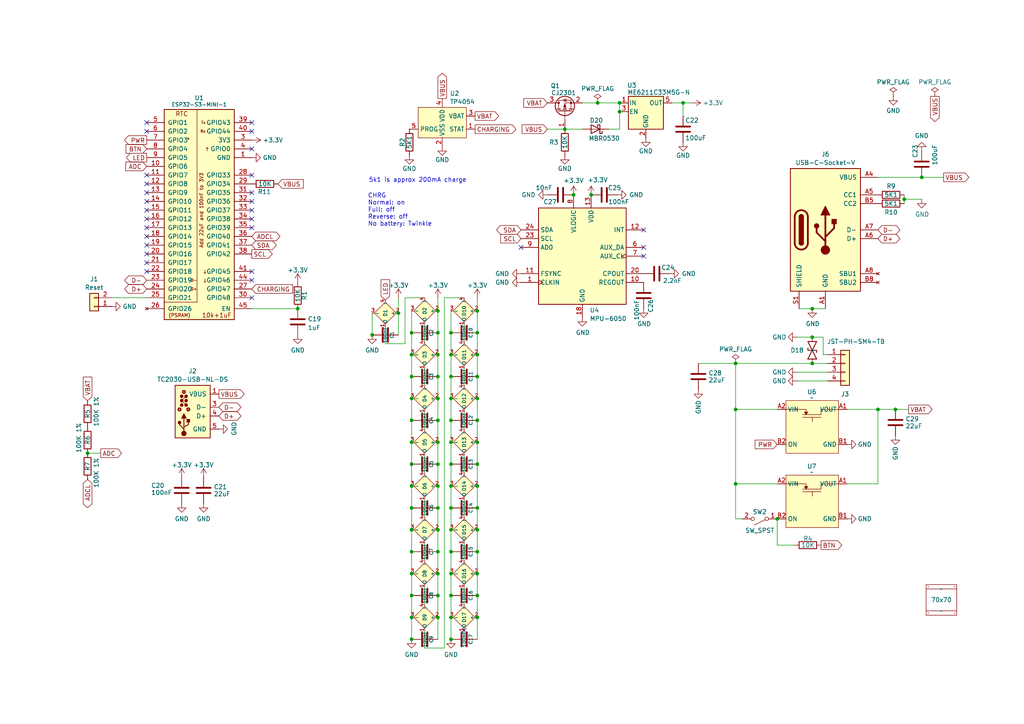
<source format=kicad_sch>
(kicad_sch (version 20250114) (generator "eeschema") (generator_version "9.0")
  (paper "A4")
  (title_block (date "${DATE}") (rev "1") (company "Adrian Kennard Andrews & Arnold Ltd") (comment 1 "@TheRealRevK") (comment 2 "www.me.uk"))
  (text "5k1 is approx 200mA charge" (at 121.158 52.324 0) (effects (font (size 1.27 1.27))))
  (text "CHRG\nNormal: on\nFull: off\nReverse: off\nNo battery: Twinkle" (at 106.68 60.96 0) (effects (font (size 1.27 1.27)) (justify left)))
  (junction (at 138.43 153.67))
  (junction (at 127 134.62))
  (junction (at 262.255 57.785))
  (junction (at 119.38 109.22))
  (junction (at 119.38 102.87))
  (junction (at 130.81 115.57))
  (junction (at 171.45 56.515))
  (junction (at 127 128.27))
  (junction (at 179.705 32.385))
  (junction (at 119.38 128.27))
  (junction (at 119.38 172.72))
  (junction (at 119.38 140.97))
  (junction (at 138.43 179.07))
  (junction (at 225.425 150.495))
  (junction (at 119.38 179.07))
  (junction (at 138.43 115.57))
  (junction (at 130.81 147.32))
  (junction (at 127 160.02))
  (junction (at 130.81 134.62))
  (junction (at 119.38 115.57))
  (junction (at 127 121.92))
  (junction (at 235.585 105.41))
  (junction (at 138.43 121.92))
  (junction (at 127 172.72))
  (junction (at 138.43 90.17))
  (junction (at 138.43 166.37))
  (junction (at 130.81 140.97))
  (junction (at 127 179.07))
  (junction (at 166.37 56.515))
  (junction (at 138.43 172.72))
  (junction (at 213.36 118.745))
  (junction (at 119.38 121.92))
  (junction (at 179.705 29.845))
  (junction (at 119.38 96.52))
  (junction (at 130.81 121.92))
  (junction (at 235.585 89.535))
  (junction (at 130.81 128.27))
  (junction (at 213.36 140.335))
  (junction (at 138.43 147.32))
  (junction (at 127 96.52))
  (junction (at 127 115.57))
  (junction (at 119.38 185.42))
  (junction (at 130.81 102.87))
  (junction (at 86.36 89.535))
  (junction (at 127 147.32))
  (junction (at 138.43 96.52))
  (junction (at 130.81 160.02))
  (junction (at 127 166.37))
  (junction (at 119.38 153.67))
  (junction (at 119.38 166.37))
  (junction (at 163.83 37.465))
  (junction (at 119.38 134.62))
  (junction (at 119.38 160.02))
  (junction (at 259.715 118.745))
  (junction (at 138.43 140.97))
  (junction (at 130.81 185.42))
  (junction (at 213.36 105.41))
  (junction (at 138.43 128.27))
  (junction (at 138.43 109.22))
  (junction (at 130.81 109.22))
  (junction (at 267.335 51.435))
  (junction (at 130.81 166.37))
  (junction (at 130.81 172.72))
  (junction (at 127 153.67))
  (junction (at 138.43 134.62))
  (junction (at 235.585 97.79))
  (junction (at 127 109.22))
  (junction (at 130.81 179.07))
  (junction (at 25.4 131.445))
  (junction (at 138.43 160.02))
  (junction (at 107.95 97.155))
  (junction (at 173.355 29.845))
  (junction (at 130.81 153.67))
  (junction (at 127 90.17))
  (junction (at 254.635 118.745))
  (junction (at 198.12 29.845))
  (junction (at 119.38 147.32))
  (junction (at 115.57 90.805))
  (junction (at 127 140.97))
  (junction (at 127 102.87))
  (junction (at 130.81 96.52))
  (junction (at 138.43 102.87))
  (no_connect (at 42.545 60.96))
  (no_connect (at 42.545 50.8))
  (no_connect (at 151.13 71.755))
  (no_connect (at 42.545 78.74))
  (no_connect (at 73.025 38.1))
  (no_connect (at 186.69 74.295))
  (no_connect (at 42.545 55.88))
  (no_connect (at 186.69 66.675))
  (no_connect (at 73.025 63.5))
  (no_connect (at 42.545 71.12))
  (no_connect (at 42.545 76.2))
  (no_connect (at 42.545 68.58))
  (no_connect (at 73.025 55.88))
  (no_connect (at 73.025 66.04))
  (no_connect (at 186.69 71.755))
  (no_connect (at 73.025 43.18))
  (no_connect (at 42.545 66.04))
  (no_connect (at 42.545 63.5))
  (no_connect (at 42.545 53.34))
  (no_connect (at 42.545 73.66))
  (no_connect (at 73.025 35.56))
  (no_connect (at 42.545 58.42))
  (no_connect (at 73.025 81.28))
  (no_connect (at 73.025 60.96))
  (no_connect (at 73.025 58.42))
  (no_connect (at 73.025 86.36))
  (no_connect (at 42.545 38.1))
  (no_connect (at 73.025 50.8))
  (no_connect (at 134.62 182.88))
  (no_connect (at 42.545 35.56))
  (no_connect (at 73.025 78.74))
  (wire (pts (xy 158.75 37.465) (xy 163.83 37.465)))
  (wire (pts (xy 254.635 118.745) (xy 254.635 140.335)))
  (wire (pts (xy 138.43 153.67) (xy 138.43 160.02)))
  (wire (pts (xy 202.565 105.41) (xy 213.36 105.41)))
  (wire (pts (xy 123.19 170.18) (xy 123.19 175.26)))
  (wire (pts (xy 231.14 110.49) (xy 240.03 110.49)))
  (wire (pts (xy 111.76 99.695) (xy 117.475 99.695)))
  (wire (pts (xy 127 121.92) (xy 127 128.27)))
  (wire (pts (xy 225.425 150.495) (xy 225.425 158.115)))
  (wire (pts (xy 179.705 32.385) (xy 179.705 37.465)))
  (wire (pts (xy 213.36 105.41) (xy 235.585 105.41)))
  (wire (pts (xy 119.38 134.62) (xy 119.38 140.97)))
  (wire (pts (xy 119.38 160.02) (xy 119.38 166.37)))
  (wire (pts (xy 176.53 37.465) (xy 179.705 37.465)))
  (wire (pts (xy 130.81 147.32) (xy 130.81 153.67)))
  (wire (pts (xy 127 153.67) (xy 127 160.02)))
  (wire (pts (xy 127 134.62) (xy 127 140.97)))
  (wire (pts (xy 123.19 157.48) (xy 123.19 162.56)))
  (wire (pts (xy 119.38 172.72) (xy 119.38 179.07)))
  (wire (pts (xy 123.19 93.98) (xy 123.19 99.06)))
  (wire (pts (xy 238.76 97.79) (xy 238.76 102.87)))
  (wire (pts (xy 254.635 51.435) (xy 267.335 51.435)))
  (wire (pts (xy 123.19 119.38) (xy 123.19 124.46)))
  (wire (pts (xy 119.38 102.87) (xy 119.38 109.22)))
  (wire (pts (xy 225.425 158.115) (xy 230.505 158.115)))
  (wire (pts (xy 138.43 128.27) (xy 138.43 134.62)))
  (wire (pts (xy 134.62 144.78) (xy 134.62 149.86)))
  (wire (pts (xy 119.38 121.92) (xy 119.38 128.27)))
  (wire (pts (xy 138.43 160.02) (xy 138.43 166.37)))
  (wire (pts (xy 119.38 96.52) (xy 119.38 102.87)))
  (wire (pts (xy 213.36 150.495) (xy 215.265 150.495)))
  (wire (pts (xy 238.76 102.87) (xy 240.03 102.87)))
  (wire (pts (xy 262.255 57.785) (xy 262.255 59.055)))
  (wire (pts (xy 119.38 166.37) (xy 119.38 172.72)))
  (wire (pts (xy 138.43 134.62) (xy 138.43 140.97)))
  (wire (pts (xy 267.335 57.785) (xy 262.255 57.785)))
  (wire (pts (xy 115.57 86.36) (xy 115.57 90.805)))
  (wire (pts (xy 119.38 147.32) (xy 119.38 153.67)))
  (wire (pts (xy 235.585 105.41) (xy 240.03 105.41)))
  (wire (pts (xy 127 140.97) (xy 127 147.32)))
  (wire (pts (xy 231.775 89.535) (xy 235.585 89.535)))
  (wire (pts (xy 130.81 115.57) (xy 130.81 121.92)))
  (wire (pts (xy 130.81 102.87) (xy 130.81 109.22)))
  (wire (pts (xy 245.745 118.745) (xy 254.635 118.745)))
  (wire (pts (xy 127 147.32) (xy 127 153.67)))
  (wire (pts (xy 111.76 94.615) (xy 111.76 99.695)))
  (wire (pts (xy 138.43 102.87) (xy 138.43 109.22)))
  (wire (pts (xy 127 160.02) (xy 127 166.37)))
  (wire (pts (xy 267.335 51.435) (xy 273.685 51.435)))
  (wire (pts (xy 213.36 118.745) (xy 225.425 118.745)))
  (wire (pts (xy 130.81 172.72) (xy 130.81 179.07)))
  (wire (pts (xy 123.19 132.08) (xy 123.19 137.16)))
  (wire (pts (xy 127 166.37) (xy 127 172.72)))
  (wire (pts (xy 168.91 37.465) (xy 163.83 37.465)))
  (wire (pts (xy 179.705 29.845) (xy 179.705 32.385)))
  (wire (pts (xy 198.12 29.845) (xy 198.12 33.655)))
  (wire (pts (xy 138.43 121.92) (xy 138.43 128.27)))
  (wire (pts (xy 127 102.87) (xy 127 109.22)))
  (wire (pts (xy 138.43 166.37) (xy 138.43 172.72)))
  (wire (pts (xy 134.62 170.18) (xy 134.62 175.26)))
  (wire (pts (xy 138.43 147.32) (xy 138.43 153.67)))
  (wire (pts (xy 127 96.52) (xy 127 102.87)))
  (wire (pts (xy 262.255 56.515) (xy 262.255 57.785)))
  (wire (pts (xy 130.81 90.17) (xy 130.81 96.52)))
  (wire (pts (xy 117.475 99.695) (xy 117.475 86.36)))
  (wire (pts (xy 134.62 106.68) (xy 134.62 111.76)))
  (wire (pts (xy 127 86.36) (xy 127 90.17)))
  (wire (pts (xy 119.38 153.67) (xy 119.38 160.02)))
  (wire (pts (xy 119.38 179.07) (xy 119.38 185.42)))
  (wire (pts (xy 123.19 182.88) (xy 123.19 187.96)))
  (wire (pts (xy 213.36 118.745) (xy 213.36 105.41)))
  (wire (pts (xy 130.81 128.27) (xy 130.81 134.62)))
  (wire (pts (xy 134.62 119.38) (xy 134.62 124.46)))
  (wire (pts (xy 130.81 179.07) (xy 130.81 185.42)))
  (wire (pts (xy 119.38 128.27) (xy 119.38 134.62)))
  (wire (pts (xy 130.81 134.62) (xy 130.81 140.97)))
  (wire (pts (xy 130.81 109.22) (xy 130.81 115.57)))
  (wire (pts (xy 231.14 107.95) (xy 240.03 107.95)))
  (wire (pts (xy 119.38 90.17) (xy 119.38 96.52)))
  (wire (pts (xy 134.62 132.08) (xy 134.62 137.16)))
  (wire (pts (xy 134.62 157.48) (xy 134.62 162.56)))
  (wire (pts (xy 138.43 96.52) (xy 138.43 102.87)))
  (wire (pts (xy 127 179.07) (xy 127 185.42)))
  (wire (pts (xy 32.385 86.36) (xy 42.545 86.36)))
  (wire (pts (xy 29.21 131.445) (xy 25.4 131.445)))
  (wire (pts (xy 138.43 90.17) (xy 138.43 96.52)))
  (wire (pts (xy 130.81 96.52) (xy 130.81 102.87)))
  (wire (pts (xy 127 109.22) (xy 127 115.57)))
  (wire (pts (xy 235.585 97.79) (xy 238.76 97.79)))
  (wire (pts (xy 130.81 121.92) (xy 130.81 128.27)))
  (wire (pts (xy 127 128.27) (xy 127 134.62)))
  (wire (pts (xy 138.43 109.22) (xy 138.43 115.57)))
  (wire (pts (xy 128.905 86.36) (xy 134.62 86.36)))
  (wire (pts (xy 127 172.72) (xy 127 179.07)))
  (wire (pts (xy 119.38 109.22) (xy 119.38 115.57)))
  (wire (pts (xy 115.57 90.805) (xy 115.57 97.155)))
  (wire (pts (xy 138.43 86.36) (xy 138.43 90.17)))
  (wire (pts (xy 231.14 97.79) (xy 235.585 97.79)))
  (wire (pts (xy 127 115.57) (xy 127 121.92)))
  (wire (pts (xy 130.81 160.02) (xy 130.81 166.37)))
  (wire (pts (xy 138.43 172.72) (xy 138.43 179.07)))
  (wire (pts (xy 254.635 118.745) (xy 259.715 118.745)))
  (wire (pts (xy 194.945 29.845) (xy 198.12 29.845)))
  (wire (pts (xy 73.025 89.535) (xy 86.36 89.535)))
  (wire (pts (xy 235.585 89.535) (xy 239.395 89.535)))
  (wire (pts (xy 130.81 153.67) (xy 130.81 160.02)))
  (wire (pts (xy 127 90.17) (xy 127 96.52)))
  (wire (pts (xy 138.43 179.07) (xy 138.43 185.42)))
  (wire (pts (xy 107.95 90.805) (xy 107.95 97.155)))
  (wire (pts (xy 134.62 93.98) (xy 134.62 99.06)))
  (wire (pts (xy 213.36 140.335) (xy 225.425 140.335)))
  (wire (pts (xy 123.19 106.68) (xy 123.19 111.76)))
  (wire (pts (xy 130.81 140.97) (xy 130.81 147.32)))
  (wire (pts (xy 198.12 29.845) (xy 200.66 29.845)))
  (wire (pts (xy 123.19 144.78) (xy 123.19 149.86)))
  (wire (pts (xy 119.38 115.57) (xy 119.38 121.92)))
  (wire (pts (xy 168.91 29.845) (xy 173.355 29.845)))
  (wire (pts (xy 117.475 86.36) (xy 123.19 86.36)))
  (wire (pts (xy 213.36 140.335) (xy 213.36 150.495)))
  (wire (pts (xy 138.43 140.97) (xy 138.43 147.32)))
  (wire (pts (xy 138.43 115.57) (xy 138.43 121.92)))
  (wire (pts (xy 130.81 166.37) (xy 130.81 172.72)))
  (wire (pts (xy 254.635 140.335) (xy 245.745 140.335)))
  (wire (pts (xy 119.38 140.97) (xy 119.38 147.32)))
  (wire (pts (xy 173.355 29.845) (xy 179.705 29.845)))
  (wire (pts (xy 213.36 140.335) (xy 213.36 118.745)))
  (wire (pts (xy 259.715 118.745) (xy 263.525 118.745)))
  (wire (pts (xy 128.905 187.96) (xy 128.905 86.36)))
  (wire (pts (xy 123.19 187.96) (xy 128.905 187.96)))
  (global_label "CHARGING" (shape input) (at 73.025 83.82 0) (property "Intersheetrefs" "${INTERSHEET_REFS}" (effects (hide yes))))
  (global_label "VBUS" (shape input) (at 80.645 53.34 0) (property "Intersheetrefs" "${INTERSHEET_REFS}" (effects (hide yes))))
  (global_label "ADC" (shape output) (at 29.21 131.445 0) (property "Intersheetrefs" "${INTERSHEET_REFS}" (effects (hide yes))))
  (global_label "BTN" (shape input) (at 42.545 43.18 180) (property "Intersheetrefs" "${INTERSHEET_REFS}" (effects (hide yes))))
  (global_label "VBUS" (shape output) (at 128.27 28.575 90) (property "Intersheetrefs" "${INTERSHEET_REFS}" (effects (hide yes))))
  (global_label "ADC" (shape input) (at 42.545 48.26 180) (property "Intersheetrefs" "${INTERSHEET_REFS}" (effects (hide yes))))
  (global_label "PWR" (shape input) (at 225.425 128.905 180) (property "Intersheetrefs" "${INTERSHEET_REFS}" (effects (hide yes))))
  (global_label "ADCL" (shape bidirectional) (at 73.025 68.58 0) (property "Intersheetrefs" "${INTERSHEET_REFS}" (effects (hide yes))))
  (global_label "SDA" (shape bidirectional) (at 73.025 71.12 0) (property "Intersheetrefs" "${INTERSHEET_REFS}" (effects (hide yes))))
  (global_label "D+" (shape bidirectional) (at 42.545 83.82 180) (property "Intersheetrefs" "${INTERSHEET_REFS}" (effects (hide yes))))
  (global_label "D-" (shape bidirectional) (at 42.545 81.28 180) (property "Intersheetrefs" "${INTERSHEET_REFS}" (effects (hide yes))))
  (global_label "CHARGING" (shape output) (at 137.795 37.465 0) (property "Intersheetrefs" "${INTERSHEET_REFS}" (effects (hide yes))))
  (global_label "SDA" (shape bidirectional) (at 151.13 66.675 180) (property "Intersheetrefs" "${INTERSHEET_REFS}" (effects (hide yes))))
  (global_label "D-" (shape bidirectional) (at 63.5 118.11 0) (property "Intersheetrefs" "${INTERSHEET_REFS}" (effects (hide yes))))
  (global_label "PWR" (shape output) (at 42.545 40.64 180) (property "Intersheetrefs" "${INTERSHEET_REFS}" (effects (hide yes))))
  (global_label "VBAT" (shape output) (at 263.525 118.745 0) (property "Intersheetrefs" "${INTERSHEET_REFS}" (effects (hide yes))))
  (global_label "VBUS" (shape output) (at 63.5 114.3 0) (property "Intersheetrefs" "${INTERSHEET_REFS}" (effects (hide yes))))
  (global_label "LED" (shape input) (at 111.76 86.995 90) (property "Intersheetrefs" "${INTERSHEET_REFS}" (effects (hide yes))))
  (global_label "SCL" (shape input) (at 151.13 69.215 180) (property "Intersheetrefs" "${INTERSHEET_REFS}" (effects (hide yes))))
  (global_label "VBUS" (shape output) (at 271.145 27.94 270) (property "Intersheetrefs" "${INTERSHEET_REFS}" (effects (hide yes))))
  (global_label "D+" (shape bidirectional) (at 63.5 120.65 0) (property "Intersheetrefs" "${INTERSHEET_REFS}" (effects (hide yes))))
  (global_label "VBUS" (shape output) (at 273.685 51.435 0) (property "Intersheetrefs" "${INTERSHEET_REFS}" (effects (hide yes))))
  (global_label "D-" (shape bidirectional) (at 254.635 66.675 0) (property "Intersheetrefs" "${INTERSHEET_REFS}" (effects (hide yes))))
  (global_label "VBUS" (shape input) (at 158.75 37.465 180) (property "Intersheetrefs" "${INTERSHEET_REFS}" (effects (hide yes))))
  (global_label "VBAT" (shape input) (at 158.75 29.845 180) (property "Intersheetrefs" "${INTERSHEET_REFS}" (effects (hide yes))))
  (global_label "VBAT" (shape input) (at 25.4 116.205 90) (property "Intersheetrefs" "${INTERSHEET_REFS}" (effects (hide yes))))
  (global_label "VBAT" (shape output) (at 137.795 33.655 0) (property "Intersheetrefs" "${INTERSHEET_REFS}" (effects (hide yes))))
  (global_label "LED" (shape output) (at 42.545 45.72 180) (property "Intersheetrefs" "${INTERSHEET_REFS}" (effects (hide yes))))
  (global_label "BTN" (shape output) (at 238.125 158.115 0) (property "Intersheetrefs" "${INTERSHEET_REFS}" (effects (hide yes))))
  (global_label "ADCL" (shape bidirectional) (at 25.4 139.065 270) (property "Intersheetrefs" "${INTERSHEET_REFS}" (effects (hide yes))))
  (global_label "SCL" (shape output) (at 73.025 73.66 0) (property "Intersheetrefs" "${INTERSHEET_REFS}" (effects (hide yes))))
  (global_label "D+" (shape bidirectional) (at 254.635 69.215 0) (property "Intersheetrefs" "${INTERSHEET_REFS}" (effects (hide yes))))
  (symbol (lib_id "Device:R") (at 258.445 56.515 90) (unit 1)
    (property "Reference" "R9" (at 258.445 53.975 90))
    (property "Value" "5K1" (at 258.445 56.515 90))
    (property "Footprint" "RevK:R_0402" (effects (hide yes)))
    (property "Description" "Resistor" (effects (hide yes)))
    (property "MPN" "C25905" (effects (hide yes)))
  )
  (symbol (lib_id "power:GND") (at 267.335 57.785 0) (unit 1)
    (property "Reference" "#PWR033" (effects (hide yes)))
    (property "Value" "GND" (at 267.462 62.1792 0))
    (property "Description" "Power symbol creates a global label with name \"GND\" , ground" (effects (hide yes)))
  )
  (symbol (lib_id "power:GND") (at 235.585 89.535 0) (unit 1)
    (property "Reference" "#PWR030" (effects (hide yes)))
    (property "Value" "GND" (at 235.712 93.9292 0))
    (property "Description" "Power symbol creates a global label with name \"GND\" , ground" (effects (hide yes)))
  )
  (symbol (lib_id "Device:R") (at 258.445 59.055 270) (unit 1)
    (property "Reference" "R10" (at 258.445 61.595 90))
    (property "Value" "5K1" (at 258.445 59.055 90))
    (property "Footprint" "RevK:R_0402" (effects (hide yes)))
    (property "Description" "Resistor" (effects (hide yes)))
    (property "MPN" "C25905" (effects (hide yes)))
  )
  (symbol (lib_id "Device:C") (at 134.62 121.92 270) (mirror x) (unit 1)
    (property "Reference" "C12" (at 136.525 121.92 0) (effects (font (size 1 1))))
    (property "Value" "100nF" (at 134.62 121.92 0) (effects (font (size 1 1))))
    (property "Footprint" "RevK:C_0402" (effects (hide yes)))
    (property "Description" "Unpolarized capacitor" (effects (hide yes)))
  )
  (symbol (lib_id "RevK:WS2812B-1mm") (at 111.76 90.805 90) (mirror x) (unit 1)
    (property "Reference" "D1" (at 111.76 90.805 0) (effects (font (size 1 1))))
    (property "Value" "XL-1010RGBC-WS2812B" (effects (hide yes)))
    (property "Footprint" "RevK:SMD1010" (effects (hide yes)))
    (property "Datasheet" "https://datasheet.lcsc.com/lcsc/2301111010_XINGLIGHT-XL-1010RGBC-WS2812B_C5349953.pdf" (effects (hide yes)))
    (property "Description" "RGB LED with integrated controller" (effects (hide yes)))
    (property "MPN" "C5349953" (effects (hide yes)))
  )
  (symbol (lib_id "RevK:WS2812B-1mm") (at 123.19 90.17 90) (mirror x) (unit 1)
    (property "Reference" "D2" (at 123.19 90.17 0) (effects (font (size 1 1))))
    (property "Value" "XL-1010RGBC-WS2812B" (effects (hide yes)))
    (property "Footprint" "RevK:SMD1010" (effects (hide yes)))
    (property "Datasheet" "https://datasheet.lcsc.com/lcsc/2301111010_XINGLIGHT-XL-1010RGBC-WS2812B_C5349953.pdf" (effects (hide yes)))
    (property "Description" "RGB LED with integrated controller" (effects (hide yes)))
    (property "MPN" "C5349953" (effects (hide yes)))
  )
  (symbol (lib_id "power:GND") (at 107.95 97.155 0) (unit 1)
    (property "Reference" "#PWR034" (effects (hide yes)))
    (property "Value" "GND" (at 107.95 101.5984 0))
    (property "Description" "Power symbol creates a global label with name \"GND\" , ground" (effects (hide yes)))
  )
  (symbol (lib_id "RevK:WS2812B-1mm") (at 123.19 166.37 90) (mirror x) (unit 1)
    (property "Reference" "D8" (at 123.19 166.37 0) (effects (font (size 1 1))))
    (property "Value" "XL-1010RGBC-WS2812B" (effects (hide yes)))
    (property "Footprint" "RevK:SMD1010" (effects (hide yes)))
    (property "Datasheet" "https://datasheet.lcsc.com/lcsc/2301111010_XINGLIGHT-XL-1010RGBC-WS2812B_C5349953.pdf" (effects (hide yes)))
    (property "Description" "RGB LED with integrated controller" (effects (hide yes)))
    (property "MPN" "C5349953" (effects (hide yes)))
  )
  (symbol (lib_id "power:GND") (at 194.31 79.375 90) (unit 1)
    (property "Reference" "#PWR040" (effects (hide yes)))
    (property "Value" "GND" (at 199.771 79.375 90))
    (property "Description" "Power symbol creates a global label with name \"GND\" , ground" (effects (hide yes)))
  )
  (symbol (lib_id "Device:C") (at 198.12 37.465 0) (unit 1)
    (property "Reference" "C22" (at 198.755 34.925 0) (effects (justify left)))
    (property "Value" "100uF" (at 198.755 40.005 0) (effects (justify left)))
    (property "Footprint" "RevK:C_0805" (effects (hide yes)))
    (property "Description" "Unpolarized capacitor" (effects (hide yes)))
    (property "MPN" "C141660" (effects (hide yes)))
  )
  (symbol (lib_id "Device:C") (at 259.715 122.555 0) (unit 1)
    (property "Reference" "C29" (at 262.636 121.531 0) (effects (justify left)))
    (property "Value" "22uF" (at 262.636 123.579 0) (effects (justify left)))
    (property "Footprint" "RevK:C_0603" (effects (hide yes)))
    (property "Description" "Unpolarized capacitor" (effects (hide yes)))
  )
  (symbol (lib_id "Regulator_Linear:TLV70033_SOT23-5") (at 187.325 32.385 0) (unit 1)
    (property "Reference" "U3" (at 183.261 24.765 0))
    (property "Value" "ME6211C33M5G-N" (at 181.991 26.797 0) (effects (justify left)))
    (property "Footprint" "Package_TO_SOT_SMD:SOT-23-5" (effects (hide yes)))
    (property "Datasheet" "http://www.ti.com/lit/ds/symlink/tlv700.pdf" (effects (hide yes)))
    (property "Description" "200mA Low Dropout Voltage Regulator, Fixed Output 3.3V, SOT-23-5" (effects (hide yes)))
    (property "MPN" "C82942" (effects (hide yes)))
    (property "Rotation Offset" "90" (effects (hide yes)))
  )
  (symbol (lib_id "power:GND") (at 86.36 97.155 0) (unit 1)
    (property "Reference" "#PWR07" (effects (hide yes)))
    (property "Value" "GND" (at 86.36 101.5984 0))
    (property "Description" "Power symbol creates a global label with name \"GND\" , ground" (effects (hide yes)))
  )
  (symbol (lib_id "Device:R") (at 25.4 135.255 0) (unit 1)
    (property "Reference" "R7" (at 25.4 135.255 90))
    (property "Value" "100K 1%" (at 27.94 137.16 90))
    (property "Footprint" "RevK:R_0402" (effects (hide yes)))
    (property "Description" "Resistor" (effects (hide yes)))
    (property "MPN" "C5139597" (effects (hide yes)))
  )
  (symbol (lib_id "power:GND") (at 267.335 43.815 180) (unit 1)
    (property "Reference" "#PWR032" (effects (hide yes)))
    (property "Value" "GND" (at 267.335 39.3716 0))
    (property "Description" "Power symbol creates a global label with name \"GND\" , ground" (effects (hide yes)))
  )
  (symbol (lib_id "RevK:WS2812B-1mm") (at 134.62 166.37 90) (mirror x) (unit 1)
    (property "Reference" "D16" (at 134.62 166.37 0) (effects (font (size 1 1))))
    (property "Value" "XL-1010RGBC-WS2812B" (effects (hide yes)))
    (property "Footprint" "RevK:SMD1010" (effects (hide yes)))
    (property "Datasheet" "https://datasheet.lcsc.com/lcsc/2301111010_XINGLIGHT-XL-1010RGBC-WS2812B_C5349953.pdf" (effects (hide yes)))
    (property "Description" "RGB LED with integrated controller" (effects (hide yes)))
    (property "MPN" "C5349953" (effects (hide yes)))
  )
  (symbol (lib_id "Device:C") (at 123.19 160.02 270) (mirror x) (unit 1)
    (property "Reference" "C7" (at 125.095 160.02 0) (effects (font (size 1 1))))
    (property "Value" "100nF" (at 123.19 160.02 0) (effects (font (size 1 1))))
    (property "Footprint" "RevK:C_0402" (effects (hide yes)))
    (property "Description" "Unpolarized capacitor" (effects (hide yes)))
  )
  (symbol (lib_id "Device:C") (at 162.56 56.515 270) (unit 1)
    (property "Reference" "C27" (at 157.607 58.547 90) (effects (justify left)))
    (property "Value" "10nF" (at 155.321 54.483 90) (effects (justify left)))
    (property "Footprint" "RevK:C_0402" (effects (hide yes)))
    (property "Description" "Unpolarized capacitor" (effects (hide yes)))
  )
  (symbol (lib_id "power:GND") (at 231.14 97.79 270) (unit 1)
    (property "Reference" "#PWR014" (effects (hide yes)))
    (property "Value" "GND" (at 226.06 97.79 90))
    (property "Description" "Power symbol creates a global label with name \"GND\" , ground" (effects (hide yes)))
  )
  (symbol (lib_id "RevK:WS2812B-1mm") (at 134.62 90.17 90) (mirror x) (unit 1)
    (property "Reference" "D10" (at 134.62 90.17 0) (effects (font (size 1 1))))
    (property "Value" "XL-1010RGBC-WS2812B" (effects (hide yes)))
    (property "Footprint" "RevK:SMD1010" (effects (hide yes)))
    (property "Datasheet" "https://datasheet.lcsc.com/lcsc/2301111010_XINGLIGHT-XL-1010RGBC-WS2812B_C5349953.pdf" (effects (hide yes)))
    (property "Description" "RGB LED with integrated controller" (effects (hide yes)))
    (property "MPN" "C5349953" (effects (hide yes)))
  )
  (symbol (lib_id "RevK:TC2030-USB-NL") (at 55.88 119.38 0) (unit 1) (in_bom no)
    (property "Reference" "J2" (at 55.88 107.6155 0))
    (property "Value" "TC2030-USB-NL-DS" (at 55.88 110.0398 0))
    (property "Footprint" "RevK:Tag-Connect_TC2030-IDC-NL_2x03_P1.27mm_Vertical" (effects (hide yes)))
    (property "Description" "TC2030-USB-NL" (effects (hide yes)))
  )
  (symbol (lib_id "power:GND") (at 52.705 146.05 0) (unit 1)
    (property "Reference" "#PWR09" (effects (hide yes)))
    (property "Value" "GND" (at 52.705 150.4934 0))
    (property "Description" "Power symbol creates a global label with name \"GND\" , ground" (effects (hide yes)))
  )
  (symbol (lib_id "power:+3.3V") (at 200.66 29.845 270) (unit 1)
    (property "Reference" "#PWR026" (effects (hide yes)))
    (property "Value" "+3.3V" (at 203.835 29.845 90) (effects (justify left)))
    (property "Description" "Power symbol creates a global label with name \"+3.3V\"" (effects (hide yes)))
  )
  (symbol (lib_id "Device:C") (at 134.62 134.62 270) (mirror x) (unit 1)
    (property "Reference" "C13" (at 136.525 134.62 0) (effects (font (size 1 1))))
    (property "Value" "100nF" (at 134.62 134.62 0) (effects (font (size 1 1))))
    (property "Footprint" "RevK:C_0402" (effects (hide yes)))
    (property "Description" "Unpolarized capacitor" (effects (hide yes)))
  )
  (symbol (lib_id "Device:C") (at 123.19 109.22 270) (mirror x) (unit 1)
    (property "Reference" "C3" (at 125.095 109.22 0) (effects (font (size 1 1))))
    (property "Value" "100nF" (at 123.19 109.22 0) (effects (font (size 1 1))))
    (property "Footprint" "RevK:C_0402" (effects (hide yes)))
    (property "Description" "Unpolarized capacitor" (effects (hide yes)))
  )
  (symbol (lib_id "power:GND") (at 259.715 126.365 0) (unit 1)
    (property "Reference" "#PWR037" (effects (hide yes)))
    (property "Value" "GND" (at 259.715 131.445 90))
    (property "Description" "Power symbol creates a global label with name \"GND\" , ground" (effects (hide yes)))
  )
  (symbol (lib_id "power:+3.3V") (at 138.43 86.36 0) (unit 1)
    (property "Reference" "#PWR023" (effects (hide yes)))
    (property "Value" "+3.3V" (at 138.43 82.7842 0))
    (property "Description" "Power symbol creates a global label with name \"+3.3V\"" (effects (hide yes)))
  )
  (symbol (lib_id "Device:C") (at 123.19 134.62 270) (mirror x) (unit 1)
    (property "Reference" "C5" (at 125.095 134.62 0) (effects (font (size 1 1))))
    (property "Value" "100nF" (at 123.19 134.62 0) (effects (font (size 1 1))))
    (property "Footprint" "RevK:C_0402" (effects (hide yes)))
    (property "Description" "Unpolarized capacitor" (effects (hide yes)))
  )
  (symbol (lib_id "power:GND") (at 128.27 42.545 0) (unit 1)
    (property "Reference" "#PWR017" (effects (hide yes)))
    (property "Value" "GND" (at 128.27 46.355 0))
    (property "Description" "Power symbol creates a global label with name \"GND\" , ground" (effects (hide yes)))
  )
  (symbol (lib_id "Device:C") (at 123.19 185.42 270) (mirror x) (unit 1)
    (property "Reference" "C9" (at 125.095 185.42 0) (effects (font (size 1 1))))
    (property "Value" "100nF" (at 123.19 185.42 0) (effects (font (size 1 1))))
    (property "Footprint" "RevK:C_0402" (effects (hide yes)))
    (property "Description" "Unpolarized capacitor" (effects (hide yes)))
  )
  (symbol (lib_id "power:GND") (at 179.07 56.515 90) (unit 1)
    (property "Reference" "#PWR041" (effects (hide yes)))
    (property "Value" "GND" (at 184.531 56.515 90))
    (property "Description" "Power symbol creates a global label with name \"GND\" , ground" (effects (hide yes)))
  )
  (symbol (lib_id "Device:R") (at 76.835 53.34 90) (unit 1)
    (property "Reference" "R11" (at 76.708 55.626 90))
    (property "Value" "10K" (at 76.835 53.34 90))
    (property "Footprint" "RevK:R_0402" (effects (hide yes)))
    (property "Description" "Resistor" (effects (hide yes)))
    (property "MPN" "C25744" (effects (hide yes)))
  )
  (symbol (lib_id "RevK:ESP32-S3-MINI-1-N4R2") (at 57.785 62.23 0) (unit 1)
    (property "Reference" "U1" (at 57.785 28.3932 0))
    (property "Value" "ESP32-S3-MINI-1" (at 57.785 30.3296 0) (effects (font (size 1.1 1.1))))
    (property "Footprint" "RevK:ESP32-S3-MINI-1" (effects (hide yes)))
    (property "Datasheet" "https://www.espressif.com/sites/default/files/documentation/esp32-s3-mini-1_mini-1u_datasheet_en.pdf" (effects (hide yes)))
    (property "Description" "ESP32S3" (effects (hide yes)))
    (property "MPN" "C3013941" (effects (hide yes)))
  )
  (symbol (lib_id "Device:C") (at 202.565 109.22 0) (unit 1)
    (property "Reference" "C28" (at 205.486 108.196 0) (effects (justify left)))
    (property "Value" "22uF" (at 205.486 110.244 0) (effects (justify left)))
    (property "Footprint" "RevK:C_0603" (effects (hide yes)))
    (property "Description" "Unpolarized capacitor" (effects (hide yes)))
  )
  (symbol (lib_id "RevK:USB-C-Socket-H") (at 239.395 66.675 0) (unit 1)
    (property "Reference" "J6" (at 239.395 44.7507 0))
    (property "Value" "USB-C-Socket-V" (at 239.395 47.1749 0))
    (property "Footprint" "RevK:USB-C-Socket-H" (effects (hide yes)))
    (property "Description" "USB 2.0-only Type-C Receptacle connector" (effects (hide yes)))
    (property "MPN" "C709357" (effects (hide yes)))
  )
  (symbol (lib_id "Device:D_Schottky") (at 172.72 37.465 180) (unit 1)
    (property "Reference" "D20" (at 172.974 34.925 0))
    (property "Value" "MBR0530" (at 175.26 40.132 0))
    (property "Footprint" "RevK:D_SOD-123" (effects (hide yes)))
    (property "Description" "Schottky diode" (effects (hide yes)))
    (property "MPN" "C5204746" (effects (hide yes)))
  )
  (symbol (lib_id "Device:C") (at 123.19 172.72 270) (mirror x) (unit 1)
    (property "Reference" "C8" (at 125.095 172.72 0) (effects (font (size 1 1))))
    (property "Value" "100nF" (at 123.19 172.72 0) (effects (font (size 1 1))))
    (property "Footprint" "RevK:C_0402" (effects (hide yes)))
    (property "Description" "Unpolarized capacitor" (effects (hide yes)))
  )
  (symbol (lib_id "power:GND") (at 151.13 81.915 270) (unit 1)
    (property "Reference" "#PWR044" (effects (hide yes)))
    (property "Value" "GND" (at 145.669 81.915 90))
    (property "Description" "Power symbol creates a global label with name \"GND\" , ground" (effects (hide yes)))
  )
  (symbol (lib_id "RevK:VCUT") (at 273.05 170.815 180) (unit 1) (exclude_from_sim yes) (in_bom no)
    (property "Reference" "V1" (effects (hide yes)))
    (property "Value" "~" (at 273.05 170.815 0))
    (property "Footprint" "RevK:VCUT70N" (effects (hide yes)))
  )
  (symbol (lib_id "Device:R") (at 118.745 41.275 180) (unit 1)
    (property "Reference" "R2" (at 116.713 41.275 90))
    (property "Value" "5K1" (at 118.745 41.275 90))
    (property "Footprint" "RevK:R_0402" (effects (hide yes)))
    (property "Description" "Resistor" (effects (hide yes)))
    (property "MPN" "C25905" (effects (hide yes)))
  )
  (symbol (lib_id "Device:C") (at 134.62 185.42 270) (mirror x) (unit 1)
    (property "Reference" "C17" (at 136.525 185.42 0) (effects (font (size 1 1))))
    (property "Value" "100nF" (at 134.62 185.42 0) (effects (font (size 1 1))))
    (property "Footprint" "RevK:C_0402" (effects (hide yes)))
    (property "Description" "Unpolarized capacitor" (effects (hide yes)))
  )
  (symbol (lib_id "Device:C") (at 134.62 109.22 270) (mirror x) (unit 1)
    (property "Reference" "C11" (at 136.525 109.22 0) (effects (font (size 1 1))))
    (property "Value" "100nF" (at 134.62 109.22 0) (effects (font (size 1 1))))
    (property "Footprint" "RevK:C_0402" (effects (hide yes)))
    (property "Description" "Unpolarized capacitor" (effects (hide yes)))
  )
  (symbol (lib_id "power:PWR_FLAG") (at 173.355 29.845 0) (unit 1)
    (property "Reference" "#FLG01" (effects (hide yes)))
    (property "Value" "PWR_FLAG" (at 173.355 25.7119 0))
    (property "Description" "Special symbol for telling ERC where power comes from" (effects (hide yes)))
  )
  (symbol (lib_id "Switch:SW_SPST") (at 220.345 150.495 180) (unit 1)
    (property "Reference" "SW2" (at 220.345 148.463 0))
    (property "Value" "SW_SPST" (at 220.345 153.8662 0))
    (property "Footprint" "Button_Switch_SMD:SW_Push_1TS009xxxx-xxxx-xxxx_6x6x5mm" (effects (hide yes)))
    (property "Description" "Single Pole Single Throw (SPST) switch" (effects (hide yes)))
    (property "MPN" "C390925" (effects (hide yes)))
  )
  (symbol (lib_id "RevK:TPS22916") (at 235.585 123.825 0) (unit 1)
    (property "Reference" "U6" (at 235.458 113.6735 0))
    (property "Value" "~" (at 235.458 115.3549 0))
    (property "Footprint" "RevK:WCSP-4-0.78x0.78" (effects (hide yes)))
    (property "MPN" "C2655476" (effects (hide yes)))
    (property "Rotation Offset" "90" (effects (hide yes)))
  )
  (symbol (lib_id "power:GND") (at 198.12 41.275 0) (unit 1)
    (property "Reference" "#PWR025" (effects (hide yes)))
    (property "Value" "GND" (at 198.12 45.085 0))
    (property "Description" "Power symbol creates a global label with name \"GND\" , ground" (effects (hide yes)))
  )
  (symbol (lib_id "power:+3.3V") (at 127 86.36 0) (unit 1)
    (property "Reference" "#PWR022" (effects (hide yes)))
    (property "Value" "+3.3V" (at 127 82.7842 0))
    (property "Description" "Power symbol creates a global label with name \"+3.3V\"" (effects (hide yes)))
  )
  (symbol (lib_id "power:GND") (at 59.055 146.05 0) (unit 1)
    (property "Reference" "#PWR011" (effects (hide yes)))
    (property "Value" "GND" (at 59.055 150.4934 0))
    (property "Description" "Power symbol creates a global label with name \"GND\" , ground" (effects (hide yes)))
  )
  (symbol (lib_id "power:GND") (at 163.83 45.085 0) (unit 1)
    (property "Reference" "#PWR018" (effects (hide yes)))
    (property "Value" "GND" (at 163.83 48.895 0))
    (property "Description" "Power symbol creates a global label with name \"GND\" , ground" (effects (hide yes)))
  )
  (symbol (lib_id "Device:C") (at 186.69 85.725 0) (unit 1)
    (property "Reference" "C26" (at 188.722 90.678 90) (effects (justify left)))
    (property "Value" "100nF" (at 184.658 92.964 90) (effects (justify left)))
    (property "Footprint" "RevK:C_0402" (effects (hide yes)))
    (property "Description" "Unpolarized capacitor" (effects (hide yes)))
  )
  (symbol (lib_id "Device:C") (at 134.62 147.32 270) (mirror x) (unit 1)
    (property "Reference" "C14" (at 136.525 147.32 0) (effects (font (size 1 1))))
    (property "Value" "100nF" (at 134.62 147.32 0) (effects (font (size 1 1))))
    (property "Footprint" "RevK:C_0402" (effects (hide yes)))
    (property "Description" "Unpolarized capacitor" (effects (hide yes)))
  )
  (symbol (lib_id "RevK:WS2812B-1mm") (at 123.19 153.67 90) (mirror x) (unit 1)
    (property "Reference" "D7" (at 123.19 153.67 0) (effects (font (size 1 1))))
    (property "Value" "XL-1010RGBC-WS2812B" (effects (hide yes)))
    (property "Footprint" "RevK:SMD1010" (effects (hide yes)))
    (property "Datasheet" "https://datasheet.lcsc.com/lcsc/2301111010_XINGLIGHT-XL-1010RGBC-WS2812B_C5349953.pdf" (effects (hide yes)))
    (property "Description" "RGB LED with integrated controller" (effects (hide yes)))
    (property "MPN" "C5349953" (effects (hide yes)))
  )
  (symbol (lib_id "power:GND") (at 187.325 40.005 0) (unit 1)
    (property "Reference" "#PWR024" (effects (hide yes)))
    (property "Value" "GND" (at 187.325 43.815 0))
    (property "Description" "Power symbol creates a global label with name \"GND\" , ground" (effects (hide yes)))
  )
  (symbol (lib_id "power:GND") (at 231.14 110.49 270) (unit 1)
    (property "Reference" "#PWR016" (effects (hide yes)))
    (property "Value" "GND" (at 226.06 110.49 90))
    (property "Description" "Power symbol creates a global label with name \"GND\" , ground" (effects (hide yes)))
  )
  (symbol (lib_id "Device:R") (at 86.36 85.725 0) (unit 1)
    (property "Reference" "R1" (at 88.265 85.725 90))
    (property "Value" "10K" (at 86.36 85.725 90))
    (property "Footprint" "RevK:R_0402" (effects (hide yes)))
    (property "Description" "Resistor" (effects (hide yes)))
    (property "MPN" "C25744" (effects (hide yes)))
  )
  (symbol (lib_id "Device:C") (at 123.19 147.32 270) (mirror x) (unit 1)
    (property "Reference" "C6" (at 125.095 147.32 0) (effects (font (size 1 1))))
    (property "Value" "100nF" (at 123.19 147.32 0) (effects (font (size 1 1))))
    (property "Footprint" "RevK:C_0402" (effects (hide yes)))
    (property "Description" "Unpolarized capacitor" (effects (hide yes)))
  )
  (symbol (lib_id "RevK:TPS22916") (at 235.585 145.415 0) (unit 1)
    (property "Reference" "U7" (at 235.458 135.2635 0))
    (property "Value" "~" (at 235.458 136.9449 0))
    (property "Footprint" "RevK:WCSP-4-0.78x0.78" (effects (hide yes)))
    (property "MPN" "C2655476" (effects (hide yes)))
    (property "Rotation Offset" "90" (effects (hide yes)))
  )
  (symbol (lib_id "RevK:WS2812B-1mm") (at 134.62 140.97 90) (mirror x) (unit 1)
    (property "Reference" "D14" (at 134.62 140.97 0) (effects (font (size 1 1))))
    (property "Value" "XL-1010RGBC-WS2812B" (effects (hide yes)))
    (property "Footprint" "RevK:SMD1010" (effects (hide yes)))
    (property "Datasheet" "https://datasheet.lcsc.com/lcsc/2301111010_XINGLIGHT-XL-1010RGBC-WS2812B_C5349953.pdf" (effects (hide yes)))
    (property "Description" "RGB LED with integrated controller" (effects (hide yes)))
    (property "MPN" "C5349953" (effects (hide yes)))
  )
  (symbol (lib_id "power:GND") (at 168.91 92.075 0) (unit 1)
    (property "Reference" "#PWR038" (effects (hide yes)))
    (property "Value" "GND" (at 169.037 96.4692 0))
    (property "Description" "Power symbol creates a global label with name \"GND\" , ground" (effects (hide yes)))
  )
  (symbol (lib_id "RevK:WS2812B-1mm") (at 134.62 153.67 90) (mirror x) (unit 1)
    (property "Reference" "D15" (at 134.62 153.67 0) (effects (font (size 1 1))))
    (property "Value" "XL-1010RGBC-WS2812B" (effects (hide yes)))
    (property "Footprint" "RevK:SMD1010" (effects (hide yes)))
    (property "Datasheet" "https://datasheet.lcsc.com/lcsc/2301111010_XINGLIGHT-XL-1010RGBC-WS2812B_C5349953.pdf" (effects (hide yes)))
    (property "Description" "RGB LED with integrated controller" (effects (hide yes)))
    (property "MPN" "C5349953" (effects (hide yes)))
  )
  (symbol (lib_id "power:PWR_FLAG") (at 213.36 105.41 0) (unit 1)
    (property "Reference" "#FLG04" (effects (hide yes)))
    (property "Value" "PWR_FLAG" (at 213.36 101.2769 0))
    (property "Description" "Special symbol for telling ERC where power comes from" (effects (hide yes)))
  )
  (symbol (lib_id "Device:C") (at 59.055 142.24 0) (unit 1)
    (property "Reference" "C21" (at 61.976 141.216 0) (effects (justify left)))
    (property "Value" "22uF" (at 61.976 143.264 0) (effects (justify left)))
    (property "Footprint" "RevK:C_0603" (effects (hide yes)))
    (property "Description" "Unpolarized capacitor" (effects (hide yes)))
  )
  (symbol (lib_id "Device:R") (at 234.315 158.115 90) (unit 1)
    (property "Reference" "R4" (at 234.315 156.21 90))
    (property "Value" "10K" (at 234.315 158.115 90))
    (property "Footprint" "RevK:R_0402" (effects (hide yes)))
    (property "Description" "Resistor" (effects (hide yes)))
    (property "MPN" "C25744" (effects (hide yes)))
  )
  (symbol (lib_id "power:GND") (at 63.5 124.46 90) (unit 1)
    (property "Reference" "#PWR012" (effects (hide yes)))
    (property "Value" "GND" (at 67.8942 124.333 0))
    (property "Description" "Power symbol creates a global label with name \"GND\" , ground" (effects (hide yes)))
  )
  (symbol (lib_id "RevK:PCB") (at 273.05 173.99 0) (unit 1) (in_bom no)
    (property "Reference" "PCB1" (effects (hide yes)))
    (property "Value" "70x70" (at 273.05 173.99 0))
    (property "Footprint" "RevK:PCB7070" (effects (hide yes)))
  )
  (symbol (lib_id "RevK:WS2812B-1mm") (at 134.62 102.87 90) (mirror x) (unit 1)
    (property "Reference" "D11" (at 134.62 102.87 0) (effects (font (size 1 1))))
    (property "Value" "XL-1010RGBC-WS2812B" (effects (hide yes)))
    (property "Footprint" "RevK:SMD1010" (effects (hide yes)))
    (property "Datasheet" "https://datasheet.lcsc.com/lcsc/2301111010_XINGLIGHT-XL-1010RGBC-WS2812B_C5349953.pdf" (effects (hide yes)))
    (property "Description" "RGB LED with integrated controller" (effects (hide yes)))
    (property "MPN" "C5349953" (effects (hide yes)))
  )
  (symbol (lib_id "RevK:WS2812B-1mm") (at 123.19 179.07 90) (mirror x) (unit 1)
    (property "Reference" "D9" (at 123.19 179.07 0) (effects (font (size 1 1))))
    (property "Value" "XL-1010RGBC-WS2812B" (effects (hide yes)))
    (property "Footprint" "RevK:SMD1010" (effects (hide yes)))
    (property "Datasheet" "https://datasheet.lcsc.com/lcsc/2301111010_XINGLIGHT-XL-1010RGBC-WS2812B_C5349953.pdf" (effects (hide yes)))
    (property "Description" "RGB LED with integrated controller" (effects (hide yes)))
    (property "MPN" "C5349953" (effects (hide yes)))
  )
  (symbol (lib_id "Device:C") (at 134.62 172.72 270) (mirror x) (unit 1)
    (property "Reference" "C16" (at 136.525 172.72 0) (effects (font (size 1 1))))
    (property "Value" "100nF" (at 134.62 172.72 0) (effects (font (size 1 1))))
    (property "Footprint" "RevK:C_0402" (effects (hide yes)))
    (property "Description" "Unpolarized capacitor" (effects (hide yes)))
  )
  (symbol (lib_id "RevK:TP4054") (at 128.27 35.56 0) (unit 1)
    (property "Reference" "U2" (at 130.4641 27.0977 0) (effects (justify left)))
    (property "Value" "TP4054" (at 130.4641 29.5219 0) (effects (justify left)))
    (property "Footprint" "RevK:SOT-23-5" (effects (hide yes)))
    (property "Description" "Battery charger" (effects (hide yes)))
    (property "MPN" "C668215" (effects (hide yes)))
  )
  (symbol (lib_id "RevK:WS2812B-1mm") (at 134.62 179.07 90) (mirror x) (unit 1)
    (property "Reference" "D17" (at 134.62 179.07 0) (effects (font (size 1 1))))
    (property "Value" "XL-1010RGBC-WS2812B" (effects (hide yes)))
    (property "Footprint" "RevK:SMD1010" (effects (hide yes)))
    (property "Datasheet" "https://datasheet.lcsc.com/lcsc/2301111010_XINGLIGHT-XL-1010RGBC-WS2812B_C5349953.pdf" (effects (hide yes)))
    (property "Description" "RGB LED with integrated controller" (effects (hide yes)))
    (property "MPN" "C5349953" (effects (hide yes)))
  )
  (symbol (lib_id "Device:C") (at 123.19 96.52 270) (mirror x) (unit 1)
    (property "Reference" "C2" (at 125.095 96.52 0) (effects (font (size 1 1))))
    (property "Value" "100nF" (at 123.19 96.52 0) (effects (font (size 1 1))))
    (property "Footprint" "RevK:C_0402" (effects (hide yes)))
    (property "Description" "Unpolarized capacitor" (effects (hide yes)))
  )
  (symbol (lib_id "Device:C") (at 175.26 56.515 90) (unit 1)
    (property "Reference" "C25" (at 180.213 54.483 90) (effects (justify left)))
    (property "Value" "100nF" (at 182.499 58.547 90) (effects (justify left)))
    (property "Footprint" "RevK:C_0402" (effects (hide yes)))
    (property "Description" "Unpolarized capacitor" (effects (hide yes)))
  )
  (symbol (lib_id "RevK:WS2812B-1mm") (at 123.19 128.27 90) (mirror x) (unit 1)
    (property "Reference" "D5" (at 123.19 128.27 0) (effects (font (size 1 1))))
    (property "Value" "XL-1010RGBC-WS2812B" (effects (hide yes)))
    (property "Footprint" "RevK:SMD1010" (effects (hide yes)))
    (property "Datasheet" "https://datasheet.lcsc.com/lcsc/2301111010_XINGLIGHT-XL-1010RGBC-WS2812B_C5349953.pdf" (effects (hide yes)))
    (property "Description" "RGB LED with integrated controller" (effects (hide yes)))
    (property "MPN" "C5349953" (effects (hide yes)))
  )
  (symbol (lib_id "power:PWR_FLAG") (at 259.08 27.94 0) (unit 1)
    (property "Reference" "#FLG02" (effects (hide yes)))
    (property "Value" "PWR_FLAG" (at 259.08 23.8069 0))
    (property "Description" "Special symbol for telling ERC where power comes from" (effects (hide yes)))
  )
  (symbol (lib_id "power:+3.3V") (at 59.055 138.43 0) (unit 1)
    (property "Reference" "#PWR010" (effects (hide yes)))
    (property "Value" "+3.3V" (at 59.055 134.8542 0))
    (property "Description" "Power symbol creates a global label with name \"+3.3V\"" (effects (hide yes)))
  )
  (symbol (lib_id "Device:C") (at 111.76 97.155 270) (mirror x) (unit 1)
    (property "Reference" "C1" (at 113.665 97.155 0) (effects (font (size 1 1))))
    (property "Value" "100nF" (at 111.76 97.155 0) (effects (font (size 1 1))))
    (property "Footprint" "RevK:C_0402" (effects (hide yes)))
    (property "Description" "Unpolarized capacitor" (effects (hide yes)))
  )
  (symbol (lib_id "Device:C") (at 123.19 121.92 270) (mirror x) (unit 1)
    (property "Reference" "C4" (at 125.095 121.92 0) (effects (font (size 1 1))))
    (property "Value" "100nF" (at 123.19 121.92 0) (effects (font (size 1 1))))
    (property "Footprint" "RevK:C_0402" (effects (hide yes)))
    (property "Description" "Unpolarized capacitor" (effects (hide yes)))
  )
  (symbol (lib_id "RevK:WS2812B-1mm") (at 123.19 102.87 90) (mirror x) (unit 1)
    (property "Reference" "D3" (at 123.19 102.87 0) (effects (font (size 1 1))))
    (property "Value" "XL-1010RGBC-WS2812B" (effects (hide yes)))
    (property "Footprint" "RevK:SMD1010" (effects (hide yes)))
    (property "Datasheet" "https://datasheet.lcsc.com/lcsc/2301111010_XINGLIGHT-XL-1010RGBC-WS2812B_C5349953.pdf" (effects (hide yes)))
    (property "Description" "RGB LED with integrated controller" (effects (hide yes)))
    (property "MPN" "C5349953" (effects (hide yes)))
  )
  (symbol (lib_id "power:GND") (at 158.75 56.515 270) (unit 1)
    (property "Reference" "#PWR043" (effects (hide yes)))
    (property "Value" "GND" (at 153.289 56.515 90))
    (property "Description" "Power symbol creates a global label with name \"GND\" , ground" (effects (hide yes)))
  )
  (symbol (lib_id "RevK:WS2812B-1mm") (at 123.19 115.57 90) (mirror x) (unit 1)
    (property "Reference" "D4" (at 123.19 115.57 0) (effects (font (size 1 1))))
    (property "Value" "XL-1010RGBC-WS2812B" (effects (hide yes)))
    (property "Footprint" "RevK:SMD1010" (effects (hide yes)))
    (property "Datasheet" "https://datasheet.lcsc.com/lcsc/2301111010_XINGLIGHT-XL-1010RGBC-WS2812B_C5349953.pdf" (effects (hide yes)))
    (property "Description" "RGB LED with integrated controller" (effects (hide yes)))
    (property "MPN" "C5349953" (effects (hide yes)))
  )
  (symbol (lib_id "Device:C") (at 52.705 142.24 0) (unit 1)
    (property "Reference" "C20" (at 43.815 140.827 0) (effects (justify left)))
    (property "Value" "100nF" (at 43.815 142.875 0) (effects (justify left)))
    (property "Footprint" "RevK:C_0402" (effects (hide yes)))
    (property "Description" "Unpolarized capacitor" (effects (hide yes)))
  )
  (symbol (lib_id "power:+3.3V") (at 86.36 81.915 0) (unit 1)
    (property "Reference" "#PWR06" (effects (hide yes)))
    (property "Value" "+3.3V" (at 86.36 78.3392 0))
    (property "Description" "Power symbol creates a global label with name \"+3.3V\"" (effects (hide yes)))
  )
  (symbol (lib_id "RevK:WS2812B-1mm") (at 134.62 115.57 90) (mirror x) (unit 1)
    (property "Reference" "D12" (at 134.62 115.57 0) (effects (font (size 1 1))))
    (property "Value" "XL-1010RGBC-WS2812B" (effects (hide yes)))
    (property "Footprint" "RevK:SMD1010" (effects (hide yes)))
    (property "Datasheet" "https://datasheet.lcsc.com/lcsc/2301111010_XINGLIGHT-XL-1010RGBC-WS2812B_C5349953.pdf" (effects (hide yes)))
    (property "Description" "RGB LED with integrated controller" (effects (hide yes)))
    (property "MPN" "C5349953" (effects (hide yes)))
  )
  (symbol (lib_id "Connector_Generic:Conn_01x02") (at 27.305 88.9 180) (unit 1) (in_bom no)
    (property "Reference" "J1" (at 27.305 80.9455 0))
    (property "Value" "Reset" (at 27.305 83.3698 0))
    (property "Footprint" "RevK:AA-Pad" (effects (hide yes)))
    (property "Description" "Generic connector, single row, 01x02, script generated (kicad-library-utils/schlib/autogen/connector/)" (effects (hide yes)))
  )
  (symbol (lib_id "power:+3.3V") (at 115.57 86.36 0) (unit 1)
    (property "Reference" "#PWR019" (effects (hide yes)))
    (property "Value" "+3.3V" (at 115.57 82.7842 0))
    (property "Description" "Power symbol creates a global label with name \"+3.3V\"" (effects (hide yes)))
  )
  (symbol (lib_id "RevK:ES05D1MC10") (at 235.585 101.6 90) (unit 1)
    (property "Reference" "D18" (at 229.235 101.6 90) (effects (justify right)))
    (property "Value" "~" (at 235.585 101.6 0))
    (property "Footprint" "RevK:DFN1006-2L" (effects (hide yes)))
    (property "MPN" "C5137770" (effects (hide yes)))
  )
  (symbol (lib_id "RevK:VCUT") (at 273.05 177.165 180) (unit 1) (exclude_from_sim yes) (in_bom no)
    (property "Reference" "V2" (effects (hide yes)))
    (property "Value" "~" (at 273.05 177.165 0))
    (property "Footprint" "RevK:VCUT70N" (effects (hide yes)))
  )
  (symbol (lib_id "Device:C") (at 134.62 160.02 270) (mirror x) (unit 1)
    (property "Reference" "C15" (at 136.525 160.02 0) (effects (font (size 1 1))))
    (property "Value" "100nF" (at 134.62 160.02 0) (effects (font (size 1 1))))
    (property "Footprint" "RevK:C_0402" (effects (hide yes)))
    (property "Description" "Unpolarized capacitor" (effects (hide yes)))
  )
  (symbol (lib_id "power:GND") (at 73.025 45.72 90) (unit 1)
    (property "Reference" "#PWR05" (effects (hide yes)))
    (property "Value" "GND" (at 76.2 45.72 90) (effects (justify right)))
    (property "Description" "Power symbol creates a global label with name \"GND\" , ground" (effects (hide yes)))
  )
  (symbol (lib_id "power:+3.3V") (at 171.45 56.515 0) (unit 1)
    (property "Reference" "#PWR028" (effects (hide yes)))
    (property "Value" "+3.3V" (at 173.355 52.197 0))
    (property "Description" "Power symbol creates a global label with name \"+3.3V\"" (effects (hide yes)))
  )
  (symbol (lib_id "power:PWR_FLAG") (at 271.145 27.94 0) (unit 1)
    (property "Reference" "#FLG03" (effects (hide yes)))
    (property "Value" "PWR_FLAG" (at 271.145 23.8069 0))
    (property "Description" "Special symbol for telling ERC where power comes from" (effects (hide yes)))
  )
  (symbol (lib_id "RevK:WS2812B-1mm") (at 123.19 140.97 90) (mirror x) (unit 1)
    (property "Reference" "D6" (at 123.19 140.97 0) (effects (font (size 1 1))))
    (property "Value" "XL-1010RGBC-WS2812B" (effects (hide yes)))
    (property "Footprint" "RevK:SMD1010" (effects (hide yes)))
    (property "Datasheet" "https://datasheet.lcsc.com/lcsc/2301111010_XINGLIGHT-XL-1010RGBC-WS2812B_C5349953.pdf" (effects (hide yes)))
    (property "Description" "RGB LED with integrated controller" (effects (hide yes)))
    (property "MPN" "C5349953" (effects (hide yes)))
  )
  (symbol (lib_id "power:+3.3V") (at 166.37 56.515 0) (unit 1)
    (property "Reference" "#PWR029" (effects (hide yes)))
    (property "Value" "+3.3V" (at 166.37 52.3819 0))
    (property "Description" "Power symbol creates a global label with name \"+3.3V\"" (effects (hide yes)))
  )
  (symbol (lib_id "Device:R") (at 25.4 127.635 0) (unit 1)
    (property "Reference" "R6" (at 25.4 127.635 90))
    (property "Value" "100K 1%" (at 22.86 127 90))
    (property "Footprint" "RevK:R_0402" (effects (hide yes)))
    (property "Description" "Resistor" (effects (hide yes)))
    (property "MPN" "C5139597" (effects (hide yes)))
  )
  (symbol (lib_id "Device:C") (at 134.62 96.52 270) (mirror x) (unit 1)
    (property "Reference" "C10" (at 136.525 96.52 0) (effects (font (size 1 1))))
    (property "Value" "100nF" (at 134.62 96.52 0) (effects (font (size 1 1))))
    (property "Footprint" "RevK:C_0402" (effects (hide yes)))
    (property "Description" "Unpolarized capacitor" (effects (hide yes)))
  )
  (symbol (lib_id "power:GND") (at 151.13 79.375 270) (unit 1)
    (property "Reference" "#PWR039" (effects (hide yes)))
    (property "Value" "GND" (at 145.669 79.375 90))
    (property "Description" "Power symbol creates a global label with name \"GND\" , ground" (effects (hide yes)))
  )
  (symbol (lib_id "Device:R") (at 25.4 120.015 0) (unit 1)
    (property "Reference" "R5" (at 25.4 120.015 90))
    (property "Value" "100K 1%" (at 27.94 119.38 90))
    (property "Footprint" "RevK:R_0402" (effects (hide yes)))
    (property "Description" "Resistor" (effects (hide yes)))
    (property "MPN" "C5139597" (effects (hide yes)))
  )
  (symbol (lib_id "power:+3.3V") (at 52.705 138.43 0) (unit 1)
    (property "Reference" "#PWR08" (effects (hide yes)))
    (property "Value" "+3.3V" (at 52.705 134.8542 0))
    (property "Description" "Power symbol creates a global label with name \"+3.3V\"" (effects (hide yes)))
  )
  (symbol (lib_id "Device:C") (at 190.5 79.375 90) (unit 1)
    (property "Reference" "C24" (at 195.707 77.597 90) (effects (justify left)))
    (property "Value" "2.2nF" (at 197.739 81.407 90) (effects (justify left)))
    (property "Footprint" "RevK:C_0402" (effects (hide yes)))
    (property "Description" "Unpolarized capacitor" (effects (hide yes)))
  )
  (symbol (lib_id "power:GND") (at 259.08 27.94 0) (unit 1)
    (property "Reference" "#PWR031" (effects (hide yes)))
    (property "Value" "GND" (at 259.08 32.0731 0))
    (property "Description" "Power symbol creates a global label with name \"GND\" , ground" (effects (hide yes)))
  )
  (symbol (lib_id "power:GND") (at 119.38 185.42 0) (unit 1)
    (property "Reference" "#PWR035" (effects (hide yes)))
    (property "Value" "GND" (at 119.38 189.8634 0))
    (property "Description" "Power symbol creates a global label with name \"GND\" , ground" (effects (hide yes)))
  )
  (symbol (lib_id "Device:R") (at 163.83 41.275 0) (unit 1)
    (property "Reference" "R3" (at 160.655 41.275 0))
    (property "Value" "10K" (at 163.83 41.275 90))
    (property "Footprint" "RevK:R_0402" (effects (hide yes)))
    (property "Description" "Resistor" (effects (hide yes)))
    (property "MPN" "C25744" (effects (hide yes)))
  )
  (symbol (lib_id "power:GND") (at 245.745 150.495 90) (unit 1)
    (property "Reference" "#PWR021" (effects (hide yes)))
    (property "Value" "GND" (at 250.825 150.495 90))
    (property "Description" "Power symbol creates a global label with name \"GND\" , ground" (effects (hide yes)))
  )
  (symbol (lib_id "Transistor_FET:BSS83P") (at 163.83 32.385 90) (unit 1)
    (property "Reference" "Q1" (at 162.433 24.892 90) (effects (justify left)))
    (property "Value" "CJ2301" (at 167.132 26.924 90) (effects (justify left)))
    (property "Footprint" "Package_TO_SOT_SMD:SOT-23" (effects (hide yes)))
    (property "Datasheet" "http://www.farnell.com/datasheets/1835997.pdf" (effects (hide yes)))
    (property "Description" "-0.33A Id, -60V Vds, P-Channel MOSFET, SOT-23" (effects (hide yes)))
    (property "MPN" "C8547" (effects (hide yes)))
  )
  (symbol (lib_id "Device:C") (at 267.335 47.625 180) (unit 1)
    (property "Reference" "C23" (at 265.43 41.91 90) (effects (justify left)))
    (property "Value" "100uF" (at 271.145 41.91 90) (effects (justify left)))
    (property "Footprint" "RevK:C_0805" (effects (hide yes)))
    (property "Description" "Unpolarized capacitor" (effects (hide yes)))
    (property "MPN" "C141660" (effects (hide yes)))
  )
  (symbol (lib_id "Connector_Generic:Conn_01x04") (at 245.11 105.41 0) (unit 1)
    (property "Reference" "J3" (at 245.11 114.3 0))
    (property "Value" "JST-PH-SM4-TB" (at 248.285 99.06 0))
    (property "Footprint" "RevK:JST_PH_S2B-PH-SM4-TB_1x02-1MP_P2.00mm_Horizontal" (effects (hide yes)))
    (property "Description" "Generic connector, single row, 01x04, script generated (kicad-library-utils/schlib/autogen/connector/)" (effects (hide yes)))
    (property "MPN" "C295747" (effects (hide yes)))
  )
  (symbol (lib_id "power:GND") (at 186.69 89.535 0) (unit 1)
    (property "Reference" "#PWR042" (effects (hide yes)))
    (property "Value" "GND" (at 186.817 93.9292 0))
    (property "Description" "Power symbol creates a global label with name \"GND\" , ground" (effects (hide yes)))
  )
  (symbol (lib_id "power:GND") (at 245.745 128.905 90) (unit 1)
    (property "Reference" "#PWR020" (effects (hide yes)))
    (property "Value" "GND" (at 250.825 128.905 90))
    (property "Description" "Power symbol creates a global label with name \"GND\" , ground" (effects (hide yes)))
  )
  (symbol (lib_id "RevK:WS2812B-1mm") (at 134.62 128.27 90) (mirror x) (unit 1)
    (property "Reference" "D13" (at 134.62 128.27 0) (effects (font (size 1 1))))
    (property "Value" "XL-1010RGBC-WS2812B" (effects (hide yes)))
    (property "Footprint" "RevK:SMD1010" (effects (hide yes)))
    (property "Datasheet" "https://datasheet.lcsc.com/lcsc/2301111010_XINGLIGHT-XL-1010RGBC-WS2812B_C5349953.pdf" (effects (hide yes)))
    (property "Description" "RGB LED with integrated controller" (effects (hide yes)))
    (property "MPN" "C5349953" (effects (hide yes)))
  )
  (symbol (lib_id "Sensor_Motion:MPU-6050") (at 168.91 74.295 0) (unit 1)
    (property "Reference" "U4" (at 171.0533 89.9851 0) (effects (justify left)))
    (property "Value" "MPU-6050" (at 171.0533 92.4094 0) (effects (justify left)))
    (property "Footprint" "Sensor_Motion:InvenSense_QFN-24_4x4mm_P0.5mm" (effects (hide yes)))
    (property "Datasheet" "https://invensense.tdk.com/wp-content/uploads/2015/02/MPU-6000-Datasheet1.pdf" (effects (hide yes)))
    (property "Description" "InvenSense 6-Axis Motion Sensor, Gyroscope, Accelerometer, I2C" (effects (hide yes)))
    (property "MPN" "C24112" (effects (hide yes)))
    (property "Rotation Offset" "-90" (effects (hide yes)))
  )
  (symbol (lib_id "Device:C") (at 86.36 93.345 0) (unit 1)
    (property "Reference" "C19" (at 89.281 92.5103 0) (effects (justify left)))
    (property "Value" "1uF" (at 89.281 95.0472 0) (effects (justify left)))
    (property "Footprint" "RevK:C_0402" (effects (hide yes)))
    (property "Description" "Unpolarized capacitor" (effects (hide yes)))
  )
  (symbol (lib_id "power:GND") (at 118.745 45.085 0) (unit 1)
    (property "Reference" "#PWR013" (effects (hide yes)))
    (property "Value" "GND" (at 118.745 48.895 0))
    (property "Description" "Power symbol creates a global label with name \"GND\" , ground" (effects (hide yes)))
  )
  (symbol (lib_id "power:+3.3V") (at 73.025 40.64 270) (unit 1)
    (property "Reference" "#PWR04" (effects (hide yes)))
    (property "Value" "+3.3V" (at 76.2 40.64 90) (effects (justify left)))
    (property "Description" "Power symbol creates a global label with name \"+3.3V\"" (effects (hide yes)))
  )
  (symbol (lib_id "power:GND") (at 202.565 113.03 0) (unit 1)
    (property "Reference" "#PWR027" (effects (hide yes)))
    (property "Value" "GND" (at 202.565 118.11 90))
    (property "Description" "Power symbol creates a global label with name \"GND\" , ground" (effects (hide yes)))
  )
  (symbol (lib_id "power:GND") (at 32.385 88.9 90) (unit 1)
    (property "Reference" "#PWR01" (effects (hide yes)))
    (property "Value" "GND" (at 35.56 88.9 90) (effects (justify right)))
    (property "Description" "Power symbol creates a global label with name \"GND\" , ground" (effects (hide yes)))
  )
  (symbol (lib_id "power:GND") (at 231.14 107.95 270) (unit 1)
    (property "Reference" "#PWR015" (effects (hide yes)))
    (property "Value" "GND" (at 226.06 107.95 90))
    (property "Description" "Power symbol creates a global label with name \"GND\" , ground" (effects (hide yes)))
  )
  (symbol (lib_id "power:GND") (at 130.81 185.42 0) (unit 1)
    (property "Reference" "#PWR036" (effects (hide yes)))
    (property "Value" "GND" (at 130.81 189.8634 0))
    (property "Description" "Power symbol creates a global label with name \"GND\" , ground" (effects (hide yes)))
  )
)
</source>
